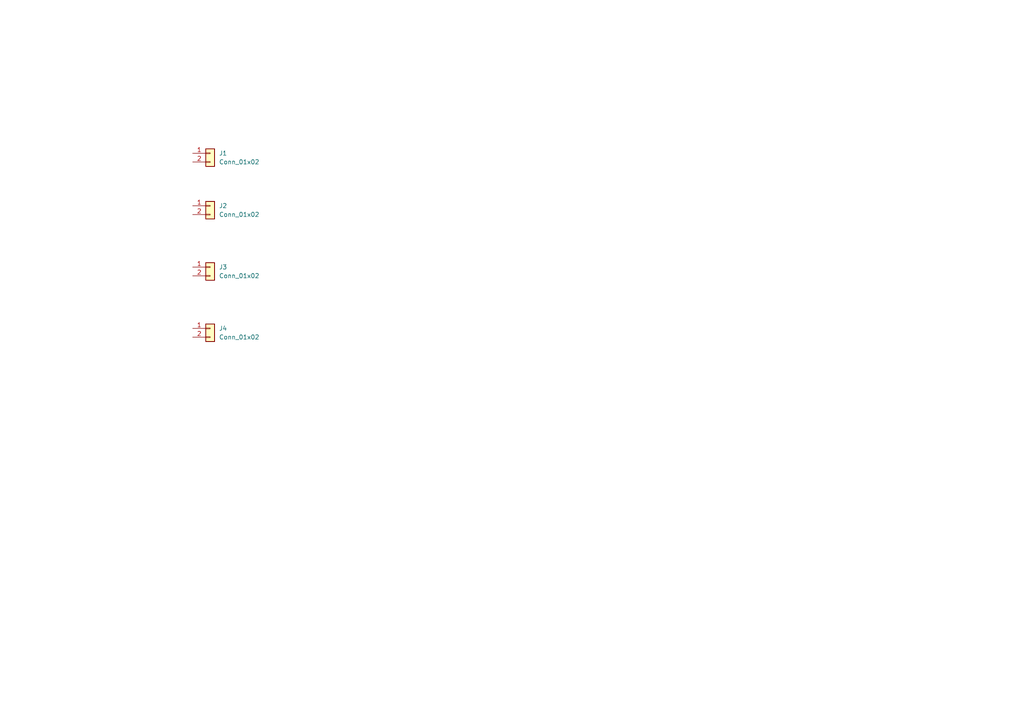
<source format=kicad_sch>
(kicad_sch (version 20250114) (generator "eeschema") (generator_version "9.0")
  (paper "A4")
  (title_block (title "Connectors") (date "2025-06-11"))
  (lib_symbols
    (symbol "Connector_Generic:Conn_01x02" (pin_names (offset 1.016) (hide yes))
      (property "Reference" "J" (at 0 2.54 0))
      (property "Value" "Conn_01x02" (at 0 -5.08 0))
      (symbol "Conn_01x02_1_1"
        (rectangle (start -1.27 1.27) (end 1.27 -3.81) (stroke (width 0.254)) (fill (type background)))
        (rectangle (start -1.27 0.127) (end 0 -0.127) (stroke (width 0.1524)))
        (rectangle (start -1.27 -2.413) (end 0 -2.667) (stroke (width 0.1524)))
        (pin passive line (at -5.08 0 0) (length 3.81) (name "Pin_1") (number "1"))
        (pin passive line (at -5.08 -2.54 0) (length 3.81) (name "Pin_2") (number "2"))
      )
    )
  )
  (symbol (lib_id "Connector_Generic:Conn_01x02") (at 60.96 44.45 0) (unit 1)
    (property "Reference" "J1" (at 63.5 44.4499 0) (effects (justify left)))
    (property "Value" "Conn_01x02" (at 63.5 46.9899 0) (effects (justify left)))
    (property "Description" "Generic connector, single row, 01x02, script generated (kicad-library-utils/schlib/autogen/connector/)" (effects (hide yes)))
  )
  (symbol (lib_id "Connector_Generic:Conn_01x02") (at 60.96 77.47 0) (unit 1)
    (property "Reference" "J3" (at 63.5 77.4699 0) (effects (justify left)))
    (property "Value" "Conn_01x02" (at 63.5 80.0099 0) (effects (justify left)))
    (property "Description" "Generic connector, single row, 01x02, script generated (kicad-library-utils/schlib/autogen/connector/)" (effects (hide yes)))
  )
  (symbol (lib_id "Connector_Generic:Conn_01x02") (at 60.96 95.25 0) (unit 1)
    (property "Reference" "J4" (at 63.5 95.2499 0) (effects (justify left)))
    (property "Value" "Conn_01x02" (at 63.5 97.7899 0) (effects (justify left)))
    (property "Description" "Generic connector, single row, 01x02, script generated (kicad-library-utils/schlib/autogen/connector/)" (effects (hide yes)))
  )
  (symbol (lib_id "Connector_Generic:Conn_01x02") (at 60.96 59.69 0) (unit 1)
    (property "Reference" "J2" (at 63.5 59.6899 0) (effects (justify left)))
    (property "Value" "Conn_01x02" (at 63.5 62.2299 0) (effects (justify left)))
    (property "Description" "Generic connector, single row, 01x02, script generated (kicad-library-utils/schlib/autogen/connector/)" (effects (hide yes)))
  )
)
</source>
